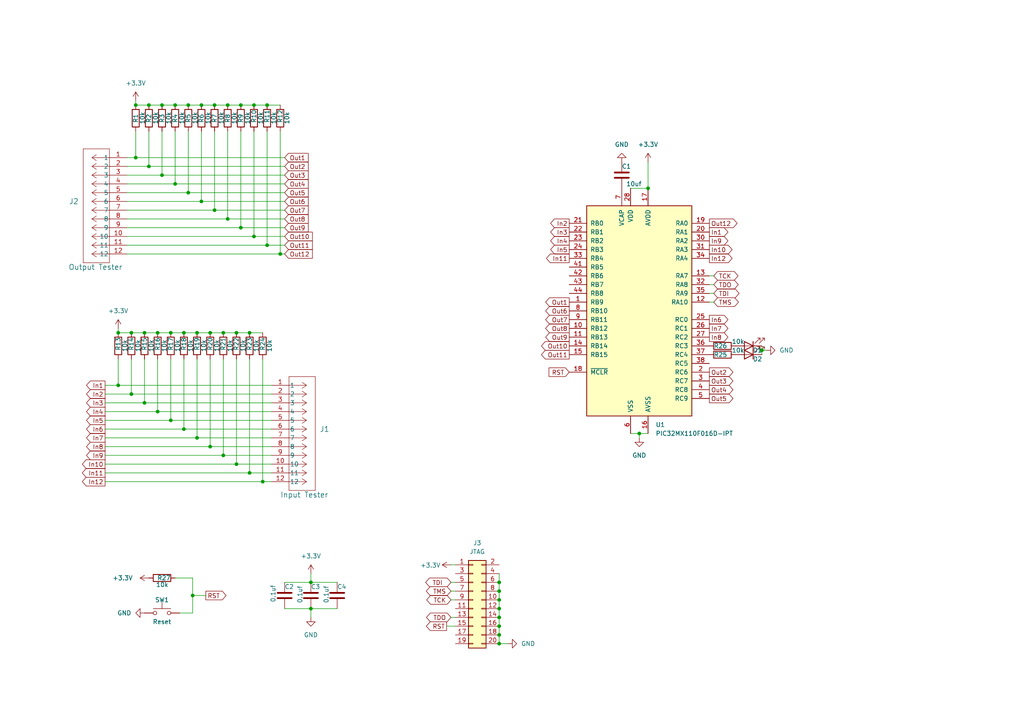
<source format=kicad_sch>
(kicad_sch (version 20230121) (generator eeschema)
  (paper "A4")
  (lib_symbols
    (symbol "2024-02-18_05-42-55:874271202" (pin_names (offset 0.254))
      (property "Reference" "J" (at 8.89 6.35 0))
      (property "Value" "874271202" (at 0 0 0))
      (symbol "874271202_1_1"
        (polyline (pts (xy 5.08 -30.48) (xy 12.7 -30.48)) (stroke (width 0.127)))
        (polyline (pts (xy 5.08 2.54) (xy 5.08 -30.48)) (stroke (width 0.127)))
        (polyline (pts (xy 10.16 -27.94) (xy 5.08 -27.94)) (stroke (width 0.127)))
        (polyline (pts (xy 10.16 -27.94) (xy 8.89 -28.7867)) (stroke (width 0.127)))
        (polyline (pts (xy 10.16 -27.94) (xy 8.89 -27.0933)) (stroke (width 0.127)))
        (polyline (pts (xy 10.16 -25.4) (xy 5.08 -25.4)) (stroke (width 0.127)))
        (polyline (pts (xy 10.16 -25.4) (xy 8.89 -26.2467)) (stroke (width 0.127)))
        (polyline (pts (xy 10.16 -25.4) (xy 8.89 -24.5533)) (stroke (width 0.127)))
        (polyline (pts (xy 10.16 -22.86) (xy 5.08 -22.86)) (stroke (width 0.127)))
        (polyline (pts (xy 10.16 -22.86) (xy 8.89 -23.7067)) (stroke (width 0.127)))
        (polyline (pts (xy 10.16 -22.86) (xy 8.89 -22.0133)) (stroke (width 0.127)))
        (polyline (pts (xy 10.16 -20.32) (xy 5.08 -20.32)) (stroke (width 0.127)))
        (polyline (pts (xy 10.16 -20.32) (xy 8.89 -21.1667)) (stroke (width 0.127)))
        (polyline (pts (xy 10.16 -20.32) (xy 8.89 -19.4733)) (stroke (width 0.127)))
        (polyline (pts (xy 10.16 -17.78) (xy 5.08 -17.78)) (stroke (width 0.127)))
        (polyline (pts (xy 10.16 -17.78) (xy 8.89 -18.6267)) (stroke (width 0.127)))
        (polyline (pts (xy 10.16 -17.78) (xy 8.89 -16.9333)) (stroke (width 0.127)))
        (polyline (pts (xy 10.16 -15.24) (xy 5.08 -15.24)) (stroke (width 0.127)))
        (polyline (pts (xy 10.16 -15.24) (xy 8.89 -16.0867)) (stroke (width 0.127)))
        (polyline (pts (xy 10.16 -15.24) (xy 8.89 -14.3933)) (stroke (width 0.127)))
        (polyline (pts (xy 10.16 -12.7) (xy 5.08 -12.7)) (stroke (width 0.127)))
        (polyline (pts (xy 10.16 -12.7) (xy 8.89 -13.5467)) (stroke (width 0.127)))
        (polyline (pts (xy 10.16 -12.7) (xy 8.89 -11.8533)) (stroke (width 0.127)))
        (polyline (pts (xy 10.16 -10.16) (xy 5.08 -10.16)) (stroke (width 0.127)))
        (polyline (pts (xy 10.16 -10.16) (xy 8.89 -11.0067)) (stroke (width 0.127)))
        (polyline (pts (xy 10.16 -10.16) (xy 8.89 -9.3133)) (stroke (width 0.127)))
        (polyline (pts (xy 10.16 -7.62) (xy 5.08 -7.62)) (stroke (width 0.127)))
        (polyline (pts (xy 10.16 -7.62) (xy 8.89 -8.4667)) (stroke (width 0.127)))
        (polyline (pts (xy 10.16 -7.62) (xy 8.89 -6.7733)) (stroke (width 0.127)))
        (polyline (pts (xy 10.16 -5.08) (xy 5.08 -5.08)) (stroke (width 0.127)))
        (polyline (pts (xy 10.16 -5.08) (xy 8.89 -5.9267)) (stroke (width 0.127)))
        (polyline (pts (xy 10.16 -5.08) (xy 8.89 -4.2333)) (stroke (width 0.127)))
        (polyline (pts (xy 10.16 -2.54) (xy 5.08 -2.54)) (stroke (width 0.127)))
        (polyline (pts (xy 10.16 -2.54) (xy 8.89 -3.3867)) (stroke (width 0.127)))
        (polyline (pts (xy 10.16 -2.54) (xy 8.89 -1.6933)) (stroke (width 0.127)))
        (polyline (pts (xy 10.16 0) (xy 5.08 0)) (stroke (width 0.127)))
        (polyline (pts (xy 10.16 0) (xy 8.89 -0.8467)) (stroke (width 0.127)))
        (polyline (pts (xy 10.16 0) (xy 8.89 0.8467)) (stroke (width 0.127)))
        (polyline (pts (xy 12.7 -30.48) (xy 12.7 2.54)) (stroke (width 0.127)))
        (polyline (pts (xy 12.7 2.54) (xy 5.08 2.54)) (stroke (width 0.127)))
        (pin unspecified line (at 0 0 0) (length 5.08) (name "1") (number "1"))
        (pin unspecified line (at 0 -22.86 0) (length 5.08) (name "10") (number "10"))
        (pin unspecified line (at 0 -25.4 0) (length 5.08) (name "11") (number "11"))
        (pin unspecified line (at 0 -27.94 0) (length 5.08) (name "12") (number "12"))
        (pin unspecified line (at 0 -2.54 0) (length 5.08) (name "2") (number "2"))
        (pin unspecified line (at 0 -5.08 0) (length 5.08) (name "3") (number "3"))
        (pin unspecified line (at 0 -7.62 0) (length 5.08) (name "4") (number "4"))
        (pin unspecified line (at 0 -10.16 0) (length 5.08) (name "5") (number "5"))
        (pin unspecified line (at 0 -12.7 0) (length 5.08) (name "6") (number "6"))
        (pin unspecified line (at 0 -15.24 0) (length 5.08) (name "7") (number "7"))
        (pin unspecified line (at 0 -17.78 0) (length 5.08) (name "8") (number "8"))
        (pin unspecified line (at 0 -20.32 0) (length 5.08) (name "9") (number "9"))
      )
      (symbol "874271202_1_2"
        (polyline (pts (xy 5.08 -30.48) (xy 12.7 -30.48)) (stroke (width 0.127)))
        (polyline (pts (xy 5.08 2.54) (xy 5.08 -30.48)) (stroke (width 0.127)))
        (polyline (pts (xy 7.62 -27.94) (xy 5.08 -27.94)) (stroke (width 0.127)))
        (polyline (pts (xy 7.62 -27.94) (xy 8.89 -28.7867)) (stroke (width 0.127)))
        (polyline (pts (xy 7.62 -27.94) (xy 8.89 -27.0933)) (stroke (width 0.127)))
        (polyline (pts (xy 7.62 -25.4) (xy 5.08 -25.4)) (stroke (width 0.127)))
        (polyline (pts (xy 7.62 -25.4) (xy 8.89 -26.2467)) (stroke (width 0.127)))
        (polyline (pts (xy 7.62 -25.4) (xy 8.89 -24.5533)) (stroke (width 0.127)))
        (polyline (pts (xy 7.62 -22.86) (xy 5.08 -22.86)) (stroke (width 0.127)))
        (polyline (pts (xy 7.62 -22.86) (xy 8.89 -23.7067)) (stroke (width 0.127)))
        (polyline (pts (xy 7.62 -22.86) (xy 8.89 -22.0133)) (stroke (width 0.127)))
        (polyline (pts (xy 7.62 -20.32) (xy 5.08 -20.32)) (stroke (width 0.127)))
        (polyline (pts (xy 7.62 -20.32) (xy 8.89 -21.1667)) (stroke (width 0.127)))
        (polyline (pts (xy 7.62 -20.32) (xy 8.89 -19.4733)) (stroke (width 0.127)))
        (polyline (pts (xy 7.62 -17.78) (xy 5.08 -17.78)) (stroke (width 0.127)))
        (polyline (pts (xy 7.62 -17.78) (xy 8.89 -18.6267)) (stroke (width 0.127)))
        (polyline (pts (xy 7.62 -17.78) (xy 8.89 -16.9333)) (stroke (width 0.127)))
        (polyline (pts (xy 7.62 -15.24) (xy 5.08 -15.24)) (stroke (width 0.127)))
        (polyline (pts (xy 7.62 -15.24) (xy 8.89 -16.0867)) (stroke (width 0.127)))
        (polyline (pts (xy 7.62 -15.24) (xy 8.89 -14.3933)) (stroke (width 0.127)))
        (polyline (pts (xy 7.62 -12.7) (xy 5.08 -12.7)) (stroke (width 0.127)))
        (polyline (pts (xy 7.62 -12.7) (xy 8.89 -13.5467)) (stroke (width 0.127)))
        (polyline (pts (xy 7.62 -12.7) (xy 8.89 -11.8533)) (stroke (width 0.127)))
        (polyline (pts (xy 7.62 -10.16) (xy 5.08 -10.16)) (stroke (width 0.127)))
        (polyline (pts (xy 7.62 -10.16) (xy 8.89 -11.0067)) (stroke (width 0.127)))
        (polyline (pts (xy 7.62 -10.16) (xy 8.89 -9.3133)) (stroke (width 0.127)))
        (polyline (pts (xy 7.62 -7.62) (xy 5.08 -7.62)) (stroke (width 0.127)))
        (polyline (pts (xy 7.62 -7.62) (xy 8.89 -8.4667)) (stroke (width 0.127)))
        (polyline (pts (xy 7.62 -7.62) (xy 8.89 -6.7733)) (stroke (width 0.127)))
        (polyline (pts (xy 7.62 -5.08) (xy 5.08 -5.08)) (stroke (width 0.127)))
        (polyline (pts (xy 7.62 -5.08) (xy 8.89 -5.9267)) (stroke (width 0.127)))
        (polyline (pts (xy 7.62 -5.08) (xy 8.89 -4.2333)) (stroke (width 0.127)))
        (polyline (pts (xy 7.62 -2.54) (xy 5.08 -2.54)) (stroke (width 0.127)))
        (polyline (pts (xy 7.62 -2.54) (xy 8.89 -3.3867)) (stroke (width 0.127)))
        (polyline (pts (xy 7.62 -2.54) (xy 8.89 -1.6933)) (stroke (width 0.127)))
        (polyline (pts (xy 7.62 0) (xy 5.08 0)) (stroke (width 0.127)))
        (polyline (pts (xy 7.62 0) (xy 8.89 -0.8467)) (stroke (width 0.127)))
        (polyline (pts (xy 7.62 0) (xy 8.89 0.8467)) (stroke (width 0.127)))
        (polyline (pts (xy 12.7 -30.48) (xy 12.7 2.54)) (stroke (width 0.127)))
        (polyline (pts (xy 12.7 2.54) (xy 5.08 2.54)) (stroke (width 0.127)))
        (pin unspecified line (at 0 0 0) (length 5.08) (name "1") (number "1"))
        (pin unspecified line (at 0 -22.86 0) (length 5.08) (name "10") (number "10"))
        (pin unspecified line (at 0 -25.4 0) (length 5.08) (name "11") (number "11"))
        (pin unspecified line (at 0 -27.94 0) (length 5.08) (name "12") (number "12"))
        (pin unspecified line (at 0 -2.54 0) (length 5.08) (name "2") (number "2"))
        (pin unspecified line (at 0 -5.08 0) (length 5.08) (name "3") (number "3"))
        (pin unspecified line (at 0 -7.62 0) (length 5.08) (name "4") (number "4"))
        (pin unspecified line (at 0 -10.16 0) (length 5.08) (name "5") (number "5"))
        (pin unspecified line (at 0 -12.7 0) (length 5.08) (name "6") (number "6"))
        (pin unspecified line (at 0 -15.24 0) (length 5.08) (name "7") (number "7"))
        (pin unspecified line (at 0 -17.78 0) (length 5.08) (name "8") (number "8"))
        (pin unspecified line (at 0 -20.32 0) (length 5.08) (name "9") (number "9"))
      )
    )
    (symbol "Connector_Generic:Conn_02x10_Odd_Even" (pin_names (offset 1.016) hide)
      (property "Reference" "J" (at 1.27 12.7 0))
      (property "Value" "Conn_02x10_Odd_Even" (at 1.27 -15.24 0))
      (symbol "Conn_02x10_Odd_Even_1_1"
        (rectangle (start -1.27 -12.573) (end 0 -12.827) (stroke (width 0.1524)))
        (rectangle (start -1.27 -10.033) (end 0 -10.287) (stroke (width 0.1524)))
        (rectangle (start -1.27 -7.493) (end 0 -7.747) (stroke (width 0.1524)))
        (rectangle (start -1.27 -4.953) (end 0 -5.207) (stroke (width 0.1524)))
        (rectangle (start -1.27 -2.413) (end 0 -2.667) (stroke (width 0.1524)))
        (rectangle (start -1.27 0.127) (end 0 -0.127) (stroke (width 0.1524)))
        (rectangle (start -1.27 2.667) (end 0 2.413) (stroke (width 0.1524)))
        (rectangle (start -1.27 5.207) (end 0 4.953) (stroke (width 0.1524)))
        (rectangle (start -1.27 7.747) (end 0 7.493) (stroke (width 0.1524)))
        (rectangle (start -1.27 10.287) (end 0 10.033) (stroke (width 0.1524)))
        (rectangle (start -1.27 11.43) (end 3.81 -13.97) (stroke (width 0.254)) (fill (type background)))
        (rectangle (start 3.81 -12.573) (end 2.54 -12.827) (stroke (width 0.1524)))
        (rectangle (start 3.81 -10.033) (end 2.54 -10.287) (stroke (width 0.1524)))
        (rectangle (start 3.81 -7.493) (end 2.54 -7.747) (stroke (width 0.1524)))
        (rectangle (start 3.81 -4.953) (end 2.54 -5.207) (stroke (width 0.1524)))
        (rectangle (start 3.81 -2.413) (end 2.54 -2.667) (stroke (width 0.1524)))
        (rectangle (start 3.81 0.127) (end 2.54 -0.127) (stroke (width 0.1524)))
        (rectangle (start 3.81 2.667) (end 2.54 2.413) (stroke (width 0.1524)))
        (rectangle (start 3.81 5.207) (end 2.54 4.953) (stroke (width 0.1524)))
        (rectangle (start 3.81 7.747) (end 2.54 7.493) (stroke (width 0.1524)))
        (rectangle (start 3.81 10.287) (end 2.54 10.033) (stroke (width 0.1524)))
        (pin passive line (at -5.08 10.16 0) (length 3.81) (name "Pin_1") (number "1"))
        (pin passive line (at 7.62 0 180) (length 3.81) (name "Pin_10") (number "10"))
        (pin passive line (at -5.08 -2.54 0) (length 3.81) (name "Pin_11") (number "11"))
        (pin passive line (at 7.62 -2.54 180) (length 3.81) (name "Pin_12") (number "12"))
        (pin passive line (at -5.08 -5.08 0) (length 3.81) (name "Pin_13") (number "13"))
        (pin passive line (at 7.62 -5.08 180) (length 3.81) (name "Pin_14") (number "14"))
        (pin passive line (at -5.08 -7.62 0) (length 3.81) (name "Pin_15") (number "15"))
        (pin passive line (at 7.62 -7.62 180) (length 3.81) (name "Pin_16") (number "16"))
        (pin passive line (at -5.08 -10.16 0) (length 3.81) (name "Pin_17") (number "17"))
        (pin passive line (at 7.62 -10.16 180) (length 3.81) (name "Pin_18") (number "18"))
        (pin passive line (at -5.08 -12.7 0) (length 3.81) (name "Pin_19") (number "19"))
        (pin passive line (at 7.62 10.16 180) (length 3.81) (name "Pin_2") (number "2"))
        (pin passive line (at 7.62 -12.7 180) (length 3.81) (name "Pin_20") (number "20"))
        (pin passive line (at -5.08 7.62 0) (length 3.81) (name "Pin_3") (number "3"))
        (pin passive line (at 7.62 7.62 180) (length 3.81) (name "Pin_4") (number "4"))
        (pin passive line (at -5.08 5.08 0) (length 3.81) (name "Pin_5") (number "5"))
        (pin passive line (at 7.62 5.08 180) (length 3.81) (name "Pin_6") (number "6"))
        (pin passive line (at -5.08 2.54 0) (length 3.81) (name "Pin_7") (number "7"))
        (pin passive line (at 7.62 2.54 180) (length 3.81) (name "Pin_8") (number "8"))
        (pin passive line (at -5.08 0 0) (length 3.81) (name "Pin_9") (number "9"))
      )
    )
    (symbol "Device:C" (pin_numbers hide) (pin_names (offset 0.254))
      (property "Reference" "C" (at 0.635 2.54 0))
      (property "Value" "C" (at 0.635 -2.54 0))
      (symbol "C_0_1"
        (polyline (pts (xy -2.032 -0.762) (xy 2.032 -0.762)) (stroke (width 0.508)))
        (polyline (pts (xy -2.032 0.762) (xy 2.032 0.762)) (stroke (width 0.508)))
      )
      (symbol "C_1_1"
        (pin passive line (at 0 3.81 270) (length 2.794) (name "~") (number "1"))
        (pin passive line (at 0 -3.81 90) (length 2.794) (name "~") (number "2"))
      )
    )
    (symbol "Device:LED" (pin_numbers hide) (pin_names (offset 1.016) hide)
      (property "Reference" "D" (at 0 2.54 0))
      (property "Value" "LED" (at 0 -2.54 0))
      (symbol "LED_0_1"
        (polyline (pts (xy -1.27 -1.27) (xy -1.27 1.27)) (stroke (width 0.254)))
        (polyline (pts (xy -1.27 0) (xy 1.27 0)))
        (polyline (pts (xy 1.27 -1.27) (xy 1.27 1.27) (xy -1.27 0) (xy 1.27 -1.27)) (stroke (width 0.254)))
        (polyline (pts (xy -3.048 -0.762) (xy -4.572 -2.286) (xy -3.81 -2.286) (xy -4.572 -2.286) (xy -4.572 -1.524)))
        (polyline (pts (xy -1.778 -0.762) (xy -3.302 -2.286) (xy -2.54 -2.286) (xy -3.302 -2.286) (xy -3.302 -1.524)))
      )
      (symbol "LED_1_1"
        (pin passive line (at -3.81 0 0) (length 2.54) (name "K") (number "1"))
        (pin passive line (at 3.81 0 180) (length 2.54) (name "A") (number "2"))
      )
    )
    (symbol "Device:R" (pin_numbers hide) (pin_names (offset 0))
      (property "Reference" "R" (at 2.032 0 90))
      (property "Value" "R" (at 0 0 90))
      (symbol "R_0_1"
        (rectangle (start -1.016 -2.54) (end 1.016 2.54) (stroke (width 0.254)))
      )
      (symbol "R_1_1"
        (pin passive line (at 0 3.81 270) (length 1.27) (name "~") (number "1"))
        (pin passive line (at 0 -3.81 90) (length 1.27) (name "~") (number "2"))
      )
    )
    (symbol "MCU_Microchip_PIC32:PIC32MX110F016D-IPT" (pin_names (offset 1.016))
      (property "Reference" "U" (at 6.35 34.29 0))
      (property "Value" "PIC32MX110F016D-IPT" (at 26.67 31.75 0))
      (symbol "PIC32MX110F016D-IPT_0_1"
        (rectangle (start -15.24 30.48) (end 15.24 -30.48) (stroke (width 0.254)) (fill (type background)))
      )
      (symbol "PIC32MX110F016D-IPT_1_1"
        (pin bidirectional line (at -20.32 2.54 0) (length 5.08) (name "RB9") (number "1"))
        (pin bidirectional line (at -20.32 -5.08 0) (length 5.08) (name "RB12") (number "10"))
        (pin bidirectional line (at -20.32 -7.62 0) (length 5.08) (name "RB13") (number "11"))
        (pin bidirectional line (at 20.32 2.54 180) (length 5.08) (name "RA10") (number "12"))
        (pin bidirectional line (at 20.32 10.16 180) (length 5.08) (name "RA7") (number "13"))
        (pin bidirectional line (at -20.32 -10.16 0) (length 5.08) (name "RB14") (number "14"))
        (pin bidirectional line (at -20.32 -12.7 0) (length 5.08) (name "RB15") (number "15"))
        (pin power_in line (at 2.54 -35.56 90) (length 5.08) (name "AVSS") (number "16"))
        (pin power_in line (at 2.54 35.56 270) (length 5.08) (name "AVDD") (number "17"))
        (pin input line (at -20.32 -17.78 0) (length 5.08) (name "~{MCLR}") (number "18"))
        (pin input line (at 20.32 25.4 180) (length 5.08) (name "RA0") (number "19"))
        (pin bidirectional line (at 20.32 -17.78 180) (length 5.08) (name "RC6") (number "2"))
        (pin input line (at 20.32 22.86 180) (length 5.08) (name "RA1") (number "20"))
        (pin input line (at -20.32 25.4 0) (length 5.08) (name "RB0") (number "21"))
        (pin input line (at -20.32 22.86 0) (length 5.08) (name "RB1") (number "22"))
        (pin input line (at -20.32 20.32 0) (length 5.08) (name "RB2") (number "23"))
        (pin input line (at -20.32 17.78 0) (length 5.08) (name "RB3") (number "24"))
        (pin input line (at 20.32 -2.54 180) (length 5.08) (name "RC0") (number "25"))
        (pin input line (at 20.32 -5.08 180) (length 5.08) (name "RC1") (number "26"))
        (pin input line (at 20.32 -7.62 180) (length 5.08) (name "RC2") (number "27"))
        (pin power_in line (at -2.54 35.56 270) (length 5.08) (name "VDD") (number "28"))
        (pin passive line (at -2.54 -35.56 90) (length 5.08) hide (name "VSS") (number "29"))
        (pin bidirectional line (at 20.32 -20.32 180) (length 5.08) (name "RC7") (number "3"))
        (pin input line (at 20.32 20.32 180) (length 5.08) (name "RA2") (number "30"))
        (pin input line (at 20.32 17.78 180) (length 5.08) (name "RA3") (number "31"))
        (pin input line (at 20.32 7.62 180) (length 5.08) (name "RA8") (number "32"))
        (pin input line (at -20.32 15.24 0) (length 5.08) (name "RB4") (number "33"))
        (pin input line (at 20.32 15.24 180) (length 5.08) (name "RA4") (number "34"))
        (pin input line (at 20.32 5.08 180) (length 5.08) (name "RA9") (number "35"))
        (pin input line (at 20.32 -10.16 180) (length 5.08) (name "RC3") (number "36"))
        (pin input line (at 20.32 -12.7 180) (length 5.08) (name "RC4") (number "37"))
        (pin input line (at 20.32 -15.24 180) (length 5.08) (name "RC5") (number "38"))
        (pin passive line (at -2.54 -35.56 90) (length 5.08) hide (name "VSS") (number "39"))
        (pin bidirectional line (at 20.32 -22.86 180) (length 5.08) (name "RC8") (number "4"))
        (pin passive line (at -2.54 35.56 270) (length 5.08) hide (name "VDD") (number "40"))
        (pin input line (at -20.32 12.7 0) (length 5.08) (name "RB5") (number "41"))
        (pin input line (at -20.32 10.16 0) (length 5.08) (name "RB6") (number "42"))
        (pin input line (at -20.32 7.62 0) (length 5.08) (name "RB7") (number "43"))
        (pin input line (at -20.32 5.08 0) (length 5.08) (name "RB8") (number "44"))
        (pin bidirectional line (at 20.32 -25.4 180) (length 5.08) (name "RC9") (number "5"))
        (pin power_in line (at -2.54 -35.56 90) (length 5.08) (name "VSS") (number "6"))
        (pin power_in line (at -5.08 35.56 270) (length 5.08) (name "VCAP") (number "7"))
        (pin bidirectional line (at -20.32 0 0) (length 5.08) (name "RB10") (number "8"))
        (pin bidirectional line (at -20.32 -2.54 0) (length 5.08) (name "RB11") (number "9"))
      )
    )
    (symbol "Switch:SW_Push" (pin_numbers hide) (pin_names (offset 1.016) hide)
      (property "Reference" "SW" (at 1.27 2.54 0))
      (property "Value" "SW_Push" (at 0 -1.524 0))
      (symbol "SW_Push_0_1"
        (circle (center -2.032 0) (radius 0.508))
        (polyline (pts (xy 0 1.27) (xy 0 3.048)))
        (polyline (pts (xy 2.54 1.27) (xy -2.54 1.27)))
        (circle (center 2.032 0) (radius 0.508))
        (pin passive line (at -5.08 0 0) (length 2.54) (name "1") (number "1"))
        (pin passive line (at 5.08 0 180) (length 2.54) (name "2") (number "2"))
      )
    )
    (symbol "power:+3.3V" (power) (pin_names (offset 0))
      (property "Value" "+3.3V" (at 0 3.556 0))
      (symbol "+3.3V_0_1"
        (polyline (pts (xy -0.762 1.27) (xy 0 2.54)))
        (polyline (pts (xy 0 0) (xy 0 2.54)))
        (polyline (pts (xy 0 2.54) (xy 0.762 1.27)))
      )
      (symbol "+3.3V_1_1"
        (pin power_in line (at 0 0 90) (length 0) hide (name "+3.3V") (number "1"))
      )
    )
    (symbol "power:GND" (power) (pin_names (offset 0))
      (property "Value" "GND" (at 0 -3.81 0))
      (symbol "GND_0_1"
        (polyline (pts (xy 0 0) (xy 0 -1.27) (xy 1.27 -1.27) (xy 0 -2.54) (xy -1.27 -1.27) (xy 0 -1.27)))
      )
      (symbol "GND_1_1"
        (pin power_in line (at 0 0 270) (length 0) hide (name "GND") (number "1"))
      )
    )
  )
  (junction (at 54.61 30.48))
  (junction (at 41.91 96.52))
  (junction (at 62.23 60.96))
  (junction (at 41.91 116.84))
  (junction (at 68.58 96.52))
  (junction (at 43.18 30.48))
  (junction (at 220.98 101.6))
  (junction (at 57.15 127))
  (junction (at 144.78 176.53))
  (junction (at 60.96 129.54))
  (junction (at 90.17 168.91))
  (junction (at 76.2 139.7))
  (junction (at 45.72 96.52))
  (junction (at 46.99 50.8))
  (junction (at 53.34 124.46))
  (junction (at 34.29 96.52))
  (junction (at 39.37 45.72))
  (junction (at 43.18 48.26))
  (junction (at 49.53 96.52))
  (junction (at 62.23 30.48))
  (junction (at 39.37 30.48))
  (junction (at 34.29 111.76))
  (junction (at 144.78 186.69))
  (junction (at 54.61 55.88))
  (junction (at 90.17 176.53))
  (junction (at 57.15 96.52))
  (junction (at 144.78 184.15))
  (junction (at 64.77 96.52))
  (junction (at 55.88 172.72))
  (junction (at 58.42 58.42))
  (junction (at 38.1 96.52))
  (junction (at 69.85 66.04))
  (junction (at 144.78 179.07))
  (junction (at 46.99 30.48))
  (junction (at 77.47 30.48))
  (junction (at 73.66 30.48))
  (junction (at 185.42 125.73))
  (junction (at 66.04 63.5))
  (junction (at 49.53 121.92))
  (junction (at 50.8 30.48))
  (junction (at 144.78 181.61))
  (junction (at 64.77 132.08))
  (junction (at 50.8 53.34))
  (junction (at 77.47 71.12))
  (junction (at 81.28 73.66))
  (junction (at 69.85 30.48))
  (junction (at 58.42 30.48))
  (junction (at 144.78 168.91))
  (junction (at 72.39 96.52))
  (junction (at 72.39 137.16))
  (junction (at 38.1 114.3))
  (junction (at 187.96 54.61))
  (junction (at 144.78 173.99))
  (junction (at 60.96 96.52))
  (junction (at 73.66 68.58))
  (junction (at 53.34 96.52))
  (junction (at 66.04 30.48))
  (junction (at 144.78 171.45))
  (junction (at 68.58 134.62))
  (junction (at 45.72 119.38))
  (wire (pts (xy 36.83 58.42) (xy 58.42 58.42)))
  (wire (pts (xy 77.47 30.48) (xy 81.28 30.48)))
  (wire (pts (xy 53.34 96.52) (xy 57.15 96.52)))
  (wire (pts (xy 130.81 163.83) (xy 132.08 163.83)))
  (wire (pts (xy 68.58 134.62) (xy 78.74 134.62)))
  (wire (pts (xy 185.42 125.73) (xy 182.88 125.73)))
  (wire (pts (xy 57.15 127) (xy 78.74 127)))
  (wire (pts (xy 66.04 30.48) (xy 69.85 30.48)))
  (wire (pts (xy 53.34 104.14) (xy 53.34 124.46)))
  (wire (pts (xy 69.85 66.04) (xy 82.55 66.04)))
  (wire (pts (xy 144.78 179.07) (xy 144.78 181.61)))
  (wire (pts (xy 55.88 172.72) (xy 55.88 177.8)))
  (wire (pts (xy 39.37 45.72) (xy 82.55 45.72)))
  (wire (pts (xy 38.1 114.3) (xy 78.74 114.3)))
  (wire (pts (xy 73.66 68.58) (xy 82.55 68.58)))
  (wire (pts (xy 66.04 38.1) (xy 66.04 63.5)))
  (wire (pts (xy 46.99 38.1) (xy 46.99 50.8)))
  (wire (pts (xy 144.78 184.15) (xy 144.78 186.69)))
  (wire (pts (xy 222.25 101.6) (xy 220.98 101.6)))
  (wire (pts (xy 30.48 137.16) (xy 72.39 137.16)))
  (wire (pts (xy 50.8 167.64) (xy 55.88 167.64)))
  (wire (pts (xy 36.83 73.66) (xy 81.28 73.66)))
  (wire (pts (xy 55.88 167.64) (xy 55.88 172.72)))
  (wire (pts (xy 62.23 60.96) (xy 82.55 60.96)))
  (wire (pts (xy 36.83 55.88) (xy 54.61 55.88)))
  (wire (pts (xy 41.91 104.14) (xy 41.91 116.84)))
  (wire (pts (xy 49.53 121.92) (xy 78.74 121.92)))
  (wire (pts (xy 30.48 111.76) (xy 34.29 111.76)))
  (wire (pts (xy 30.48 124.46) (xy 53.34 124.46)))
  (wire (pts (xy 55.88 172.72) (xy 59.69 172.72)))
  (wire (pts (xy 220.98 100.33) (xy 220.98 101.6)))
  (wire (pts (xy 54.61 30.48) (xy 58.42 30.48)))
  (wire (pts (xy 36.83 53.34) (xy 50.8 53.34)))
  (wire (pts (xy 82.55 176.53) (xy 90.17 176.53)))
  (wire (pts (xy 30.48 114.3) (xy 38.1 114.3)))
  (wire (pts (xy 36.83 48.26) (xy 43.18 48.26)))
  (wire (pts (xy 30.48 139.7) (xy 76.2 139.7)))
  (wire (pts (xy 30.48 116.84) (xy 41.91 116.84)))
  (wire (pts (xy 73.66 30.48) (xy 77.47 30.48)))
  (wire (pts (xy 46.99 50.8) (xy 82.55 50.8)))
  (wire (pts (xy 34.29 111.76) (xy 78.74 111.76)))
  (wire (pts (xy 39.37 29.21) (xy 39.37 30.48)))
  (wire (pts (xy 90.17 168.91) (xy 97.79 168.91)))
  (wire (pts (xy 58.42 38.1) (xy 58.42 58.42)))
  (wire (pts (xy 45.72 96.52) (xy 49.53 96.52)))
  (wire (pts (xy 90.17 166.37) (xy 90.17 168.91)))
  (wire (pts (xy 45.72 119.38) (xy 78.74 119.38)))
  (wire (pts (xy 57.15 96.52) (xy 60.96 96.52)))
  (wire (pts (xy 30.48 129.54) (xy 60.96 129.54)))
  (wire (pts (xy 58.42 58.42) (xy 82.55 58.42)))
  (wire (pts (xy 64.77 132.08) (xy 78.74 132.08)))
  (wire (pts (xy 130.81 179.07) (xy 132.08 179.07)))
  (wire (pts (xy 60.96 129.54) (xy 78.74 129.54)))
  (wire (pts (xy 76.2 104.14) (xy 76.2 139.7)))
  (wire (pts (xy 185.42 125.73) (xy 187.96 125.73)))
  (wire (pts (xy 82.55 168.91) (xy 90.17 168.91)))
  (wire (pts (xy 144.78 181.61) (xy 144.78 184.15)))
  (wire (pts (xy 30.48 134.62) (xy 68.58 134.62)))
  (wire (pts (xy 36.83 60.96) (xy 62.23 60.96)))
  (wire (pts (xy 38.1 104.14) (xy 38.1 114.3)))
  (wire (pts (xy 144.78 176.53) (xy 144.78 179.07)))
  (wire (pts (xy 144.78 171.45) (xy 144.78 173.99)))
  (wire (pts (xy 64.77 96.52) (xy 68.58 96.52)))
  (wire (pts (xy 30.48 132.08) (xy 64.77 132.08)))
  (wire (pts (xy 50.8 30.48) (xy 54.61 30.48)))
  (wire (pts (xy 36.83 71.12) (xy 77.47 71.12)))
  (wire (pts (xy 207.01 85.09) (xy 205.74 85.09)))
  (wire (pts (xy 36.83 45.72) (xy 39.37 45.72)))
  (wire (pts (xy 39.37 30.48) (xy 43.18 30.48)))
  (wire (pts (xy 72.39 137.16) (xy 78.74 137.16)))
  (wire (pts (xy 34.29 104.14) (xy 34.29 111.76)))
  (wire (pts (xy 90.17 176.53) (xy 97.79 176.53)))
  (wire (pts (xy 78.74 139.7) (xy 76.2 139.7)))
  (wire (pts (xy 45.72 104.14) (xy 45.72 119.38)))
  (wire (pts (xy 68.58 96.52) (xy 72.39 96.52)))
  (wire (pts (xy 69.85 38.1) (xy 69.85 66.04)))
  (wire (pts (xy 69.85 30.48) (xy 73.66 30.48)))
  (wire (pts (xy 53.34 124.46) (xy 78.74 124.46)))
  (wire (pts (xy 144.78 168.91) (xy 144.78 171.45)))
  (wire (pts (xy 43.18 30.48) (xy 46.99 30.48)))
  (wire (pts (xy 129.54 181.61) (xy 132.08 181.61)))
  (wire (pts (xy 81.28 73.66) (xy 82.55 73.66)))
  (wire (pts (xy 43.18 48.26) (xy 82.55 48.26)))
  (wire (pts (xy 30.48 121.92) (xy 49.53 121.92)))
  (wire (pts (xy 34.29 96.52) (xy 38.1 96.52)))
  (wire (pts (xy 130.81 171.45) (xy 132.08 171.45)))
  (wire (pts (xy 77.47 38.1) (xy 77.47 71.12)))
  (wire (pts (xy 58.42 30.48) (xy 62.23 30.48)))
  (wire (pts (xy 50.8 53.34) (xy 82.55 53.34)))
  (wire (pts (xy 52.07 177.8) (xy 55.88 177.8)))
  (wire (pts (xy 43.18 38.1) (xy 43.18 48.26)))
  (wire (pts (xy 207.01 82.55) (xy 205.74 82.55)))
  (wire (pts (xy 66.04 63.5) (xy 82.55 63.5)))
  (wire (pts (xy 49.53 104.14) (xy 49.53 121.92)))
  (wire (pts (xy 81.28 38.1) (xy 81.28 73.66)))
  (wire (pts (xy 187.96 46.99) (xy 187.96 54.61)))
  (wire (pts (xy 54.61 55.88) (xy 82.55 55.88)))
  (wire (pts (xy 77.47 71.12) (xy 82.55 71.12)))
  (wire (pts (xy 185.42 125.73) (xy 185.42 127)))
  (wire (pts (xy 50.8 38.1) (xy 50.8 53.34)))
  (wire (pts (xy 49.53 96.52) (xy 53.34 96.52)))
  (wire (pts (xy 46.99 30.48) (xy 50.8 30.48)))
  (wire (pts (xy 62.23 30.48) (xy 66.04 30.48)))
  (wire (pts (xy 62.23 38.1) (xy 62.23 60.96)))
  (wire (pts (xy 36.83 66.04) (xy 69.85 66.04)))
  (wire (pts (xy 207.01 80.01) (xy 205.74 80.01)))
  (wire (pts (xy 130.81 173.99) (xy 132.08 173.99)))
  (wire (pts (xy 72.39 96.52) (xy 76.2 96.52)))
  (wire (pts (xy 64.77 104.14) (xy 64.77 132.08)))
  (wire (pts (xy 30.48 119.38) (xy 45.72 119.38)))
  (wire (pts (xy 60.96 104.14) (xy 60.96 129.54)))
  (wire (pts (xy 36.83 63.5) (xy 66.04 63.5)))
  (wire (pts (xy 57.15 104.14) (xy 57.15 127)))
  (wire (pts (xy 144.78 166.37) (xy 144.78 168.91)))
  (wire (pts (xy 182.88 54.61) (xy 187.96 54.61)))
  (wire (pts (xy 41.91 116.84) (xy 78.74 116.84)))
  (wire (pts (xy 68.58 104.14) (xy 68.58 134.62)))
  (wire (pts (xy 90.17 179.07) (xy 90.17 176.53)))
  (wire (pts (xy 38.1 96.52) (xy 41.91 96.52)))
  (wire (pts (xy 72.39 104.14) (xy 72.39 137.16)))
  (wire (pts (xy 144.78 186.69) (xy 147.32 186.69)))
  (wire (pts (xy 54.61 38.1) (xy 54.61 55.88)))
  (wire (pts (xy 36.83 50.8) (xy 46.99 50.8)))
  (wire (pts (xy 30.48 127) (xy 57.15 127)))
  (wire (pts (xy 73.66 38.1) (xy 73.66 68.58)))
  (wire (pts (xy 130.81 168.91) (xy 132.08 168.91)))
  (wire (pts (xy 41.91 96.52) (xy 45.72 96.52)))
  (wire (pts (xy 34.29 95.25) (xy 34.29 96.52)))
  (wire (pts (xy 144.78 173.99) (xy 144.78 176.53)))
  (wire (pts (xy 36.83 68.58) (xy 73.66 68.58)))
  (wire (pts (xy 205.74 87.63) (xy 207.01 87.63)))
  (wire (pts (xy 60.96 96.52) (xy 64.77 96.52)))
  (wire (pts (xy 39.37 38.1) (xy 39.37 45.72)))
  (wire (pts (xy 220.98 101.6) (xy 220.98 102.87)))
  (global_label "Out1" (shape input) (at 82.55 45.72 0) (property "Intersheetrefs" "${INTERSHEET_REFS}" (effects hide)))
  (global_label "Out6" (shape output) (at 165.1 90.17 180) (property "Intersheetrefs" "${INTERSHEET_REFS}" (effects hide)))
  (global_label "Out9" (shape output) (at 165.1 97.79 180) (property "Intersheetrefs" "${INTERSHEET_REFS}" (effects hide)))
  (global_label "In12" (shape output) (at 30.48 139.7 180) (property "Intersheetrefs" "${INTERSHEET_REFS}" (effects hide)))
  (global_label "Out12" (shape output) (at 205.74 64.77 0) (property "Intersheetrefs" "${INTERSHEET_REFS}" (effects hide)))
  (global_label "In8" (shape output) (at 205.74 97.79 0) (property "Intersheetrefs" "${INTERSHEET_REFS}" (effects hide)))
  (global_label "In5" (shape output) (at 30.48 121.92 180) (property "Intersheetrefs" "${INTERSHEET_REFS}" (effects hide)))
  (global_label "Out10" (shape input) (at 82.55 68.58 0) (property "Intersheetrefs" "${INTERSHEET_REFS}" (effects hide)))
  (global_label "In2" (shape output) (at 165.1 64.77 180) (property "Intersheetrefs" "${INTERSHEET_REFS}" (effects hide)))
  (global_label "Out4" (shape output) (at 205.74 113.03 0) (property "Intersheetrefs" "${INTERSHEET_REFS}" (effects hide)))
  (global_label "In6" (shape output) (at 30.48 124.46 180) (property "Intersheetrefs" "${INTERSHEET_REFS}" (effects hide)))
  (global_label "Out2" (shape output) (at 205.74 107.95 0) (property "Intersheetrefs" "${INTERSHEET_REFS}" (effects hide)))
  (global_label "Out4" (shape input) (at 82.55 53.34 0) (property "Intersheetrefs" "${INTERSHEET_REFS}" (effects hide)))
  (global_label "RST" (shape output) (at 129.54 181.61 180) (property "Intersheetrefs" "${INTERSHEET_REFS}" (effects hide)))
  (global_label "Out7" (shape output) (at 165.1 92.71 180) (property "Intersheetrefs" "${INTERSHEET_REFS}" (effects hide)))
  (global_label "RST" (shape input) (at 165.1 107.95 180) (property "Intersheetrefs" "${INTERSHEET_REFS}" (effects hide)))
  (global_label "RST" (shape output) (at 59.69 172.72 0) (property "Intersheetrefs" "${INTERSHEET_REFS}" (effects hide)))
  (global_label "Out8" (shape output) (at 165.1 95.25 180) (property "Intersheetrefs" "${INTERSHEET_REFS}" (effects hide)))
  (global_label "In6" (shape output) (at 205.74 92.71 0) (property "Intersheetrefs" "${INTERSHEET_REFS}" (effects hide)))
  (global_label "In8" (shape output) (at 30.48 129.54 180) (property "Intersheetrefs" "${INTERSHEET_REFS}" (effects hide)))
  (global_label "Out2" (shape input) (at 82.55 48.26 0) (property "Intersheetrefs" "${INTERSHEET_REFS}" (effects hide)))
  (global_label "TCK" (shape bidirectional) (at 130.81 173.99 180) (property "Intersheetrefs" "${INTERSHEET_REFS}" (effects hide)))
  (global_label "In5" (shape output) (at 165.1 72.39 180) (property "Intersheetrefs" "${INTERSHEET_REFS}" (effects hide)))
  (global_label "Out3" (shape input) (at 82.55 50.8 0) (property "Intersheetrefs" "${INTERSHEET_REFS}" (effects hide)))
  (global_label "In11" (shape output) (at 30.48 137.16 180) (property "Intersheetrefs" "${INTERSHEET_REFS}" (effects hide)))
  (global_label "Out6" (shape input) (at 82.55 58.42 0) (property "Intersheetrefs" "${INTERSHEET_REFS}" (effects hide)))
  (global_label "TMS" (shape bidirectional) (at 207.01 87.63 0) (property "Intersheetrefs" "${INTERSHEET_REFS}" (effects hide)))
  (global_label "Out3" (shape output) (at 205.74 110.49 0) (property "Intersheetrefs" "${INTERSHEET_REFS}" (effects hide)))
  (global_label "In7" (shape output) (at 205.74 95.25 0) (property "Intersheetrefs" "${INTERSHEET_REFS}" (effects hide)))
  (global_label "Out5" (shape input) (at 82.55 55.88 0) (property "Intersheetrefs" "${INTERSHEET_REFS}" (effects hide)))
  (global_label "Out11" (shape input) (at 82.55 71.12 0) (property "Intersheetrefs" "${INTERSHEET_REFS}" (effects hide)))
  (global_label "TMS" (shape bidirectional) (at 130.81 171.45 180) (property "Intersheetrefs" "${INTERSHEET_REFS}" (effects hide)))
  (global_label "In3" (shape output) (at 30.48 116.84 180) (property "Intersheetrefs" "${INTERSHEET_REFS}" (effects hide)))
  (global_label "TCK" (shape bidirectional) (at 207.01 80.01 0) (property "Intersheetrefs" "${INTERSHEET_REFS}" (effects hide)))
  (global_label "Out8" (shape input) (at 82.55 63.5 0) (property "Intersheetrefs" "${INTERSHEET_REFS}" (effects hide)))
  (global_label "Out9" (shape input) (at 82.55 66.04 0) (property "Intersheetrefs" "${INTERSHEET_REFS}" (effects hide)))
  (global_label "In3" (shape output) (at 165.1 67.31 180) (property "Intersheetrefs" "${INTERSHEET_REFS}" (effects hide)))
  (global_label "In7" (shape output) (at 30.48 127 180) (property "Intersheetrefs" "${INTERSHEET_REFS}" (effects hide)))
  (global_label "Out1" (shape output) (at 165.1 87.63 180) (property "Intersheetrefs" "${INTERSHEET_REFS}" (effects hide)))
  (global_label "In4" (shape output) (at 165.1 69.85 180) (property "Intersheetrefs" "${INTERSHEET_REFS}" (effects hide)))
  (global_label "In12" (shape output) (at 205.74 74.93 0) (property "Intersheetrefs" "${INTERSHEET_REFS}" (effects hide)))
  (global_label "In9" (shape output) (at 30.48 132.08 180) (property "Intersheetrefs" "${INTERSHEET_REFS}" (effects hide)))
  (global_label "Out10" (shape output) (at 165.1 100.33 180) (property "Intersheetrefs" "${INTERSHEET_REFS}" (effects hide)))
  (global_label "TDO" (shape bidirectional) (at 130.81 179.07 180) (property "Intersheetrefs" "${INTERSHEET_REFS}" (effects hide)))
  (global_label "Out7" (shape input) (at 82.55 60.96 0) (property "Intersheetrefs" "${INTERSHEET_REFS}" (effects hide)))
  (global_label "In1" (shape output) (at 205.74 67.31 0) (property "Intersheetrefs" "${INTERSHEET_REFS}" (effects hide)))
  (global_label "In10" (shape output) (at 30.48 134.62 180) (property "Intersheetrefs" "${INTERSHEET_REFS}" (effects hide)))
  (global_label "In4" (shape output) (at 30.48 119.38 180) (property "Intersheetrefs" "${INTERSHEET_REFS}" (effects hide)))
  (global_label "In9" (shape output) (at 205.74 69.85 0) (property "Intersheetrefs" "${INTERSHEET_REFS}" (effects hide)))
  (global_label "In11" (shape output) (at 165.1 74.93 180) (property "Intersheetrefs" "${INTERSHEET_REFS}" (effects hide)))
  (global_label "Out12" (shape input) (at 82.55 73.66 0) (property "Intersheetrefs" "${INTERSHEET_REFS}" (effects hide)))
  (global_label "In10" (shape output) (at 205.74 72.39 0) (property "Intersheetrefs" "${INTERSHEET_REFS}" (effects hide)))
  (global_label "TDI " (shape bidirectional) (at 207.01 85.09 0) (property "Intersheetrefs" "${INTERSHEET_REFS}" (effects hide)))
  (global_label "In1" (shape output) (at 30.48 111.76 180) (property "Intersheetrefs" "${INTERSHEET_REFS}" (effects hide)))
  (global_label "Out5" (shape output) (at 205.74 115.57 0) (property "Intersheetrefs" "${INTERSHEET_REFS}" (effects hide)))
  (global_label "TDO" (shape bidirectional) (at 207.01 82.55 0) (property "Intersheetrefs" "${INTERSHEET_REFS}" (effects hide)))
  (global_label "Out11" (shape output) (at 165.1 102.87 180) (property "Intersheetrefs" "${INTERSHEET_REFS}" (effects hide)))
  (global_label "In2" (shape output) (at 30.48 114.3 180) (property "Intersheetrefs" "${INTERSHEET_REFS}" (effects hide)))
  (global_label "TDI " (shape bidirectional) (at 130.81 168.91 180) (property "Intersheetrefs" "${INTERSHEET_REFS}" (effects hide)))
  (symbol (lib_id "Device:R") (at 58.42 34.29 0) (unit 1)
    (property "Reference" "R6" (at 58.4103 35.6874 90) (effects (justify left)))
    (property "Value" "10k" (at 60.365 36.0699 90) (effects (justify left)))
    (property "Footprint" "Resistor_SMD:R_0603_1608Metric" (effects hide))
  )
  (symbol (lib_id "Device:R") (at 50.8 34.29 0) (unit 1)
    (property "Reference" "R4" (at 50.7903 35.6874 90) (effects (justify left)))
    (property "Value" "10k" (at 52.745 36.0699 90) (effects (justify left)))
    (property "Footprint" "Resistor_SMD:R_0603_1608Metric" (effects hide))
  )
  (symbol (lib_id "Device:LED") (at 217.17 100.33 180) (unit 1)
    (property "Reference" "D1" (at 219.71 101.6 0))
    (property "Value" "LED" (effects hide))
    (property "Footprint" "LED_SMD:LED_0603_1608Metric" (effects hide))
  )
  (symbol (lib_id "power:+3.3V") (at 39.37 29.21 0) (unit 1)
    (property "Reference" "#PWR01" (effects hide))
    (property "Value" "+3.3V" (at 39.37 24.13 0))
  )
  (symbol (lib_id "Device:R") (at 53.34 100.33 0) (unit 1)
    (property "Reference" "R18" (at 53.3303 101.7274 90) (effects (justify left)))
    (property "Value" "10k" (at 55.285 102.1099 90) (effects (justify left)))
    (property "Footprint" "Resistor_SMD:R_0603_1608Metric" (effects hide))
  )
  (symbol (lib_id "Device:R") (at 81.28 34.29 0) (unit 1)
    (property "Reference" "R12" (at 81.2703 35.6874 90) (effects (justify left)))
    (property "Value" "10k" (at 83.225 36.0699 90) (effects (justify left)))
    (property "Footprint" "Resistor_SMD:R_0603_1608Metric" (effects hide))
  )
  (symbol (lib_id "Device:C") (at 180.34 50.8 0) (unit 1)
    (property "Reference" "C1" (at 180.34 48.26 0) (effects (justify left)))
    (property "Value" "10uf" (at 181.61 53.34 0) (effects (justify left)))
    (property "Footprint" "Capacitor_SMD:C_0603_1608Metric" (effects hide))
  )
  (symbol (lib_id "power:+3.3V") (at 34.29 95.25 0) (unit 1)
    (property "Reference" "#PWR02" (effects hide))
    (property "Value" "+3.3V" (at 34.29 90.17 0))
  )
  (symbol (lib_id "Device:R") (at 76.2 100.33 0) (unit 1)
    (property "Reference" "R24" (at 76.1903 101.7274 90) (effects (justify left)))
    (property "Value" "10k" (at 78.145 102.1099 90) (effects (justify left)))
    (property "Footprint" "Resistor_SMD:R_0603_1608Metric" (effects hide))
  )
  (symbol (lib_id "Switch:SW_Push") (at 46.99 177.8 0) (unit 1)
    (property "Reference" "SW1" (at 46.99 173.99 0))
    (property "Value" "Reset" (at 46.99 180.34 0))
  )
  (symbol (lib_id "Device:R") (at 60.96 100.33 0) (unit 1)
    (property "Reference" "R20" (at 60.9503 101.7274 90) (effects (justify left)))
    (property "Value" "10k" (at 62.905 102.1099 90) (effects (justify left)))
    (property "Footprint" "Resistor_SMD:R_0603_1608Metric" (effects hide))
  )
  (symbol (lib_id "Device:LED") (at 217.17 102.87 180) (unit 1)
    (property "Reference" "D2" (at 219.71 104.14 0))
    (property "Value" "LED" (effects hide))
    (property "Footprint" "LED_SMD:LED_0603_1608Metric" (effects hide))
  )
  (symbol (lib_id "power:GND") (at 185.42 127 0) (unit 1)
    (property "Reference" "#PWR04" (effects hide))
    (property "Value" "GND" (at 185.42 132.08 0))
  )
  (symbol (lib_id "Device:R") (at 34.29 100.33 0) (unit 1)
    (property "Reference" "R13" (at 34.2803 101.7274 90) (effects (justify left)))
    (property "Value" "10k" (at 36.235 102.1099 90) (effects (justify left)))
    (property "Footprint" "Resistor_SMD:R_0603_1608Metric" (effects hide))
  )
  (symbol (lib_id "Device:C") (at 90.17 172.72 0) (unit 1)
    (property "Reference" "C3" (at 90.17 170.18 0) (effects (justify left)))
    (property "Value" "0.1uf" (at 87.007 174.9577 90) (effects (justify left)))
    (property "Footprint" "Capacitor_SMD:C_0603_1608Metric" (effects hide))
  )
  (symbol (lib_id "MCU_Microchip_PIC32:PIC32MX110F016D-IPT") (at 185.42 90.17 0) (unit 1)
    (property "Reference" "U1" (at 190.1541 123.19 0) (effects (justify left)))
    (property "Value" "PIC32MX110F016D-IPT" (at 190.1541 125.73 0) (effects (justify left)))
    (property "Footprint" "Package_QFP:TQFP-44_10x10mm_P0.8mm" (effects hide))
    (property "Datasheet" "http://ww1.microchip.com/downloads/en/DeviceDoc/60001168F.pdf" (effects hide))
  )
  (symbol (lib_id "power:+3.3V") (at 187.96 46.99 0) (unit 1)
    (property "Reference" "#PWR03" (effects hide))
    (property "Value" "+3.3V" (at 187.96 41.91 0))
  )
  (symbol (lib_id "power:+3.3V") (at 90.17 166.37 0) (unit 1)
    (property "Reference" "#PWR010" (effects hide))
    (property "Value" "+3.3V" (at 90.17 161.29 0))
  )
  (symbol (lib_id "Device:R") (at 69.85 34.29 0) (unit 1)
    (property "Reference" "R9" (at 69.8403 35.6874 90) (effects (justify left)))
    (property "Value" "10k" (at 71.795 36.0699 90) (effects (justify left)))
    (property "Footprint" "Resistor_SMD:R_0603_1608Metric" (effects hide))
  )
  (symbol (lib_id "Device:R") (at 72.39 100.33 0) (unit 1)
    (property "Reference" "R23" (at 72.3803 101.7274 90) (effects (justify left)))
    (property "Value" "10k" (at 74.335 102.1099 90) (effects (justify left)))
    (property "Footprint" "Resistor_SMD:R_0603_1608Metric" (effects hide))
  )
  (symbol (lib_id "power:GND") (at 180.34 46.99 180) (unit 1)
    (property "Reference" "#PWR05" (effects hide))
    (property "Value" "GND" (at 180.34 41.91 0))
  )
  (symbol (lib_id "Device:R") (at 43.18 34.29 0) (unit 1)
    (property "Reference" "R2" (at 43.1703 35.6874 90) (effects (justify left)))
    (property "Value" "10k" (at 45.125 36.0699 90) (effects (justify left)))
    (property "Footprint" "Resistor_SMD:R_0603_1608Metric" (effects hide))
  )
  (symbol (lib_id "Device:R") (at 77.47 34.29 0) (unit 1)
    (property "Reference" "R11" (at 77.4603 35.6874 90) (effects (justify left)))
    (property "Value" "10k" (at 79.415 36.0699 90) (effects (justify left)))
    (property "Footprint" "Resistor_SMD:R_0603_1608Metric" (effects hide))
  )
  (symbol (lib_id "Device:R") (at 54.61 34.29 0) (unit 1)
    (property "Reference" "R5" (at 54.6003 35.6874 90) (effects (justify left)))
    (property "Value" "10k" (at 56.555 36.0699 90) (effects (justify left)))
    (property "Footprint" "Resistor_SMD:R_0603_1608Metric" (effects hide))
  )
  (symbol (lib_id "Device:R") (at 209.55 102.87 90) (unit 1)
    (property "Reference" "R25" (at 210.9474 102.8797 90) (effects (justify left)))
    (property "Value" "10k" (at 215.9 101.6 90) (effects (justify left)))
    (property "Footprint" "Resistor_SMD:R_0603_1608Metric" (effects hide))
  )
  (symbol (lib_id "power:+3.3V") (at 43.18 167.64 90) (unit 1)
    (property "Reference" "#PWR07" (effects hide))
    (property "Value" "+3.3V" (at 35.56 167.64 90))
  )
  (symbol (lib_id "Connector_Generic:Conn_02x10_Odd_Even") (at 137.16 173.99 0) (unit 1)
    (property "Reference" "J3" (at 138.43 157.48 0))
    (property "Value" "JTAG" (at 138.43 160.02 0))
    (property "Footprint" "Connector_PinHeader_1.27mm:PinHeader_2x10_P1.27mm_Vertical" (effects hide))
  )
  (symbol (lib_id "power:GND") (at 147.32 186.69 90) (unit 1)
    (property "Reference" "#PWR011" (effects hide))
    (property "Value" "GND" (at 151.13 186.69 90) (effects (justify right)))
  )
  (symbol (lib_id "Device:R") (at 209.55 100.33 90) (unit 1)
    (property "Reference" "R26" (at 210.9474 100.3397 90) (effects (justify left)))
    (property "Value" "10k" (at 215.9 99.06 90) (effects (justify left)))
    (property "Footprint" "Resistor_SMD:R_0603_1608Metric" (effects hide))
  )
  (symbol (lib_id "Device:R") (at 41.91 100.33 0) (unit 1)
    (property "Reference" "R15" (at 41.9003 101.7274 90) (effects (justify left)))
    (property "Value" "10k" (at 43.855 102.1099 90) (effects (justify left)))
    (property "Footprint" "Resistor_SMD:R_0603_1608Metric" (effects hide))
  )
  (symbol (lib_id "power:+3.3V") (at 130.81 163.83 90) (unit 1)
    (property "Reference" "#PWR012" (effects hide))
    (property "Value" "+3.3V" (at 127.7833 163.9592 90) (effects (justify left)))
  )
  (symbol (lib_id "Device:R") (at 46.99 167.64 270) (unit 1)
    (property "Reference" "R27" (at 45.5926 167.6303 90) (effects (justify left)))
    (property "Value" "10k" (at 45.2101 169.585 90) (effects (justify left)))
    (property "Footprint" "Resistor_SMD:R_0603_1608Metric" (effects hide))
  )
  (symbol (lib_id "Device:R") (at 66.04 34.29 0) (unit 1)
    (property "Reference" "R8" (at 66.0303 35.6874 90) (effects (justify left)))
    (property "Value" "10k" (at 67.985 36.0699 90) (effects (justify left)))
    (property "Footprint" "Resistor_SMD:R_0603_1608Metric" (effects hide))
  )
  (symbol (lib_id "Device:C") (at 97.79 172.72 0) (unit 1)
    (property "Reference" "C4" (at 97.79 170.18 0) (effects (justify left)))
    (property "Value" "0.1uf" (at 94.627 174.9577 90) (effects (justify left)))
    (property "Footprint" "Capacitor_SMD:C_0603_1608Metric" (effects hide))
  )
  (symbol (lib_id "power:GND") (at 41.91 177.8 270) (unit 1)
    (property "Reference" "#PWR08" (effects hide))
    (property "Value" "GND" (at 38.1 177.8 90) (effects (justify right)))
  )
  (symbol (lib_id "Device:R") (at 57.15 100.33 0) (unit 1)
    (property "Reference" "R19" (at 57.1403 101.7274 90) (effects (justify left)))
    (property "Value" "10k" (at 59.095 102.1099 90) (effects (justify left)))
    (property "Footprint" "Resistor_SMD:R_0603_1608Metric" (effects hide))
  )
  (symbol (lib_id "Device:R") (at 62.23 34.29 0) (unit 1)
    (property "Reference" "R7" (at 62.2203 35.6874 90) (effects (justify left)))
    (property "Value" "10k" (at 64.175 36.0699 90) (effects (justify left)))
    (property "Footprint" "Resistor_SMD:R_0603_1608Metric" (effects hide))
  )
  (symbol (lib_id "Device:R") (at 39.37 34.29 0) (unit 1)
    (property "Reference" "R1" (at 39.3603 35.6874 90) (effects (justify left)))
    (property "Value" "10k" (at 41.315 36.0699 90) (effects (justify left)))
    (property "Footprint" "Resistor_SMD:R_0603_1608Metric" (effects hide))
  )
  (symbol (lib_id "2024-02-18_05-42-55:874271202") (at 36.83 45.72 0) (mirror y) (unit 1)
    (property "Reference" "J2" (at 22.86 58.42 0) (effects (font (size 1.524 1.524)) (justify left)))
    (property "Value" "Output Tester" (at 35.56 77.47 0) (effects (font (size 1.524 1.524)) (justify left)))
    (property "Footprint" "Molex_2x6:CON_874271202" (effects hide))
    (property "Datasheet" "874271202" (effects hide))
  )
  (symbol (lib_id "2024-02-18_05-42-55:874271202") (at 78.74 111.76 0) (unit 1)
    (property "Reference" "J1" (at 92.71 124.46 0) (effects (font (size 1.524 1.524)) (justify left)))
    (property "Value" "Input Tester" (at 81.28 143.51 0) (effects (font (size 1.524 1.524)) (justify left)))
    (property "Footprint" "Molex_2x6:CON_874271202" (effects hide))
    (property "Datasheet" "874271202" (effects hide))
  )
  (symbol (lib_id "Device:C") (at 82.55 172.72 0) (unit 1)
    (property "Reference" "C2" (at 82.55 170.18 0) (effects (justify left)))
    (property "Value" "0.1uf" (at 79.2257 174.7027 90) (effects (justify left)))
    (property "Footprint" "Capacitor_SMD:C_0603_1608Metric" (effects hide))
  )
  (symbol (lib_id "Device:R") (at 45.72 100.33 0) (unit 1)
    (property "Reference" "R16" (at 45.7103 101.7274 90) (effects (justify left)))
    (property "Value" "10k" (at 47.665 102.1099 90) (effects (justify left)))
    (property "Footprint" "Resistor_SMD:R_0603_1608Metric" (effects hide))
  )
  (symbol (lib_id "Device:R") (at 46.99 34.29 0) (unit 1)
    (property "Reference" "R3" (at 46.9803 35.6874 90) (effects (justify left)))
    (property "Value" "10k" (at 48.935 36.0699 90) (effects (justify left)))
    (property "Footprint" "Resistor_SMD:R_0603_1608Metric" (effects hide))
  )
  (symbol (lib_id "power:GND") (at 222.25 101.6 90) (unit 1)
    (property "Reference" "#PWR06" (effects hide))
    (property "Value" "GND" (at 226.06 101.6 90) (effects (justify right)))
  )
  (symbol (lib_id "Device:R") (at 49.53 100.33 0) (unit 1)
    (property "Reference" "R17" (at 49.5203 101.7274 90) (effects (justify left)))
    (property "Value" "10k" (at 51.475 102.1099 90) (effects (justify left)))
    (property "Footprint" "Resistor_SMD:R_0603_1608Metric" (effects hide))
  )
  (symbol (lib_id "Device:R") (at 68.58 100.33 0) (unit 1)
    (property "Reference" "R22" (at 68.5703 101.7274 90) (effects (justify left)))
    (property "Value" "10k" (at 70.525 102.1099 90) (effects (justify left)))
    (property "Footprint" "Resistor_SMD:R_0603_1608Metric" (effects hide))
  )
  (symbol (lib_id "power:GND") (at 90.17 179.07 0) (unit 1)
    (property "Reference" "#PWR09" (effects hide))
    (property "Value" "GND" (at 90.17 184.15 0))
  )
  (symbol (lib_id "Device:R") (at 38.1 100.33 0) (unit 1)
    (property "Reference" "R14" (at 38.0903 101.7274 90) (effects (justify left)))
    (property "Value" "10k" (at 40.045 102.1099 90) (effects (justify left)))
    (property "Footprint" "Resistor_SMD:R_0603_1608Metric" (effects hide))
  )
  (symbol (lib_id "Device:R") (at 73.66 34.29 0) (unit 1)
    (property "Reference" "R10" (at 73.6503 35.6874 90) (effects (justify left)))
    (property "Value" "10k" (at 75.605 36.0699 90) (effects (justify left)))
    (property "Footprint" "Resistor_SMD:R_0603_1608Metric" (effects hide))
  )
  (symbol (lib_id "Device:R") (at 64.77 100.33 0) (unit 1)
    (property "Reference" "R21" (at 64.7603 101.7274 90) (effects (justify left)))
    (property "Value" "10k" (at 66.715 102.1099 90) (effects (justify left)))
    (property "Footprint" "Resistor_SMD:R_0603_1608Metric" (effects hide))
  )
)
</source>
